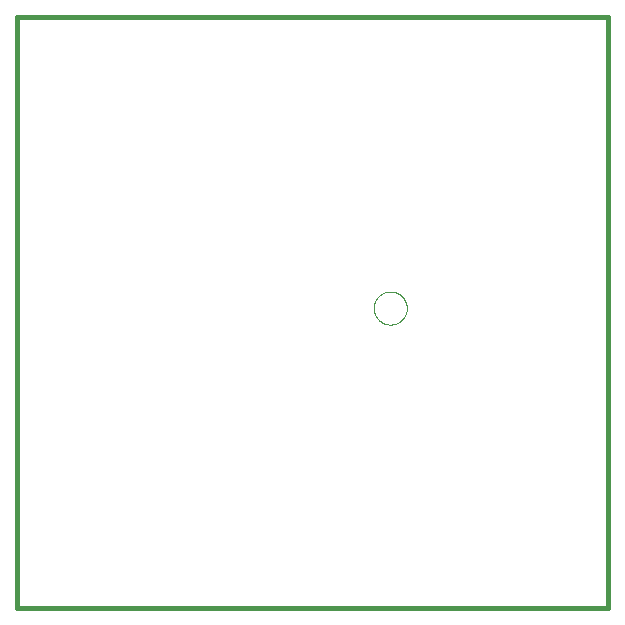
<source format=gbp>
G75*
%MOIN*%
%OFA0B0*%
%FSLAX25Y25*%
%IPPOS*%
%LPD*%
%AMOC8*
5,1,8,0,0,1.08239X$1,22.5*
%
%ADD10C,0.01600*%
%ADD11C,0.00000*%
D10*
X0002849Y0001800D02*
X0199700Y0001800D01*
X0199700Y0198650D01*
X0002849Y0198650D01*
X0002849Y0001800D01*
D11*
X0121668Y0101682D02*
X0121670Y0101830D01*
X0121676Y0101978D01*
X0121686Y0102126D01*
X0121700Y0102273D01*
X0121718Y0102420D01*
X0121739Y0102566D01*
X0121765Y0102712D01*
X0121795Y0102857D01*
X0121828Y0103001D01*
X0121866Y0103144D01*
X0121907Y0103286D01*
X0121952Y0103427D01*
X0122000Y0103567D01*
X0122053Y0103706D01*
X0122109Y0103843D01*
X0122169Y0103978D01*
X0122232Y0104112D01*
X0122299Y0104244D01*
X0122370Y0104374D01*
X0122444Y0104502D01*
X0122521Y0104628D01*
X0122602Y0104752D01*
X0122686Y0104874D01*
X0122773Y0104993D01*
X0122864Y0105110D01*
X0122958Y0105225D01*
X0123054Y0105337D01*
X0123154Y0105447D01*
X0123256Y0105553D01*
X0123362Y0105657D01*
X0123470Y0105758D01*
X0123581Y0105856D01*
X0123694Y0105952D01*
X0123810Y0106044D01*
X0123928Y0106133D01*
X0124049Y0106218D01*
X0124172Y0106301D01*
X0124297Y0106380D01*
X0124424Y0106456D01*
X0124553Y0106528D01*
X0124684Y0106597D01*
X0124817Y0106662D01*
X0124952Y0106723D01*
X0125088Y0106781D01*
X0125225Y0106836D01*
X0125364Y0106886D01*
X0125505Y0106933D01*
X0125646Y0106976D01*
X0125789Y0107016D01*
X0125933Y0107051D01*
X0126077Y0107083D01*
X0126223Y0107110D01*
X0126369Y0107134D01*
X0126516Y0107154D01*
X0126663Y0107170D01*
X0126810Y0107182D01*
X0126958Y0107190D01*
X0127106Y0107194D01*
X0127254Y0107194D01*
X0127402Y0107190D01*
X0127550Y0107182D01*
X0127697Y0107170D01*
X0127844Y0107154D01*
X0127991Y0107134D01*
X0128137Y0107110D01*
X0128283Y0107083D01*
X0128427Y0107051D01*
X0128571Y0107016D01*
X0128714Y0106976D01*
X0128855Y0106933D01*
X0128996Y0106886D01*
X0129135Y0106836D01*
X0129272Y0106781D01*
X0129408Y0106723D01*
X0129543Y0106662D01*
X0129676Y0106597D01*
X0129807Y0106528D01*
X0129936Y0106456D01*
X0130063Y0106380D01*
X0130188Y0106301D01*
X0130311Y0106218D01*
X0130432Y0106133D01*
X0130550Y0106044D01*
X0130666Y0105952D01*
X0130779Y0105856D01*
X0130890Y0105758D01*
X0130998Y0105657D01*
X0131104Y0105553D01*
X0131206Y0105447D01*
X0131306Y0105337D01*
X0131402Y0105225D01*
X0131496Y0105110D01*
X0131587Y0104993D01*
X0131674Y0104874D01*
X0131758Y0104752D01*
X0131839Y0104628D01*
X0131916Y0104502D01*
X0131990Y0104374D01*
X0132061Y0104244D01*
X0132128Y0104112D01*
X0132191Y0103978D01*
X0132251Y0103843D01*
X0132307Y0103706D01*
X0132360Y0103567D01*
X0132408Y0103427D01*
X0132453Y0103286D01*
X0132494Y0103144D01*
X0132532Y0103001D01*
X0132565Y0102857D01*
X0132595Y0102712D01*
X0132621Y0102566D01*
X0132642Y0102420D01*
X0132660Y0102273D01*
X0132674Y0102126D01*
X0132684Y0101978D01*
X0132690Y0101830D01*
X0132692Y0101682D01*
X0132690Y0101534D01*
X0132684Y0101386D01*
X0132674Y0101238D01*
X0132660Y0101091D01*
X0132642Y0100944D01*
X0132621Y0100798D01*
X0132595Y0100652D01*
X0132565Y0100507D01*
X0132532Y0100363D01*
X0132494Y0100220D01*
X0132453Y0100078D01*
X0132408Y0099937D01*
X0132360Y0099797D01*
X0132307Y0099658D01*
X0132251Y0099521D01*
X0132191Y0099386D01*
X0132128Y0099252D01*
X0132061Y0099120D01*
X0131990Y0098990D01*
X0131916Y0098862D01*
X0131839Y0098736D01*
X0131758Y0098612D01*
X0131674Y0098490D01*
X0131587Y0098371D01*
X0131496Y0098254D01*
X0131402Y0098139D01*
X0131306Y0098027D01*
X0131206Y0097917D01*
X0131104Y0097811D01*
X0130998Y0097707D01*
X0130890Y0097606D01*
X0130779Y0097508D01*
X0130666Y0097412D01*
X0130550Y0097320D01*
X0130432Y0097231D01*
X0130311Y0097146D01*
X0130188Y0097063D01*
X0130063Y0096984D01*
X0129936Y0096908D01*
X0129807Y0096836D01*
X0129676Y0096767D01*
X0129543Y0096702D01*
X0129408Y0096641D01*
X0129272Y0096583D01*
X0129135Y0096528D01*
X0128996Y0096478D01*
X0128855Y0096431D01*
X0128714Y0096388D01*
X0128571Y0096348D01*
X0128427Y0096313D01*
X0128283Y0096281D01*
X0128137Y0096254D01*
X0127991Y0096230D01*
X0127844Y0096210D01*
X0127697Y0096194D01*
X0127550Y0096182D01*
X0127402Y0096174D01*
X0127254Y0096170D01*
X0127106Y0096170D01*
X0126958Y0096174D01*
X0126810Y0096182D01*
X0126663Y0096194D01*
X0126516Y0096210D01*
X0126369Y0096230D01*
X0126223Y0096254D01*
X0126077Y0096281D01*
X0125933Y0096313D01*
X0125789Y0096348D01*
X0125646Y0096388D01*
X0125505Y0096431D01*
X0125364Y0096478D01*
X0125225Y0096528D01*
X0125088Y0096583D01*
X0124952Y0096641D01*
X0124817Y0096702D01*
X0124684Y0096767D01*
X0124553Y0096836D01*
X0124424Y0096908D01*
X0124297Y0096984D01*
X0124172Y0097063D01*
X0124049Y0097146D01*
X0123928Y0097231D01*
X0123810Y0097320D01*
X0123694Y0097412D01*
X0123581Y0097508D01*
X0123470Y0097606D01*
X0123362Y0097707D01*
X0123256Y0097811D01*
X0123154Y0097917D01*
X0123054Y0098027D01*
X0122958Y0098139D01*
X0122864Y0098254D01*
X0122773Y0098371D01*
X0122686Y0098490D01*
X0122602Y0098612D01*
X0122521Y0098736D01*
X0122444Y0098862D01*
X0122370Y0098990D01*
X0122299Y0099120D01*
X0122232Y0099252D01*
X0122169Y0099386D01*
X0122109Y0099521D01*
X0122053Y0099658D01*
X0122000Y0099797D01*
X0121952Y0099937D01*
X0121907Y0100078D01*
X0121866Y0100220D01*
X0121828Y0100363D01*
X0121795Y0100507D01*
X0121765Y0100652D01*
X0121739Y0100798D01*
X0121718Y0100944D01*
X0121700Y0101091D01*
X0121686Y0101238D01*
X0121676Y0101386D01*
X0121670Y0101534D01*
X0121668Y0101682D01*
M02*

</source>
